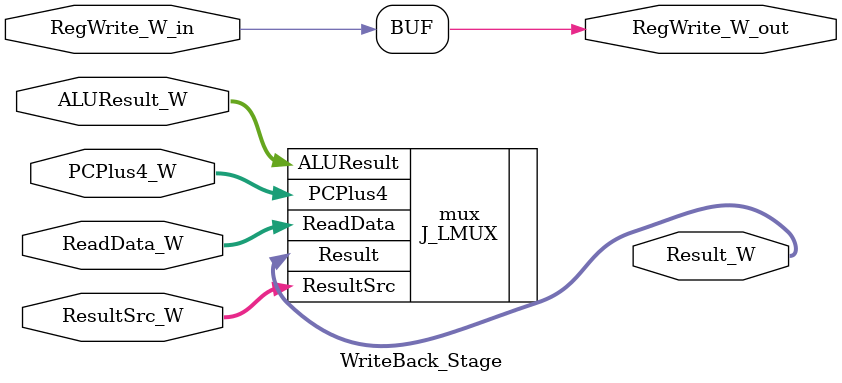
<source format=v>
`timescale 1ns / 1ps

module WriteBack_Stage(RegWrite_W_in, ResultSrc_W, ALUResult_W, ReadData_W, PCPlus4_W,
                       RegWrite_W_out, Result_W);
                       
        //input ports
        input wire RegWrite_W_in;
        input wire [1:0] ResultSrc_W;
        input wire [31:0] ALUResult_W, ReadData_W, PCPlus4_W;
        
        //oitput ports
        output wire RegWrite_W_out;
        output wire [31:0] Result_W;
        
        //Block instantiation
        J_LMUX mux(
             .ALUResult(ALUResult_W),
             .ReadData(ReadData_W),
             .PCPlus4(PCPlus4_W),
             .ResultSrc(ResultSrc_W),
             .Result(Result_W)
            );
        
        assign RegWrite_W_out = RegWrite_W_in;
         
endmodule

</source>
